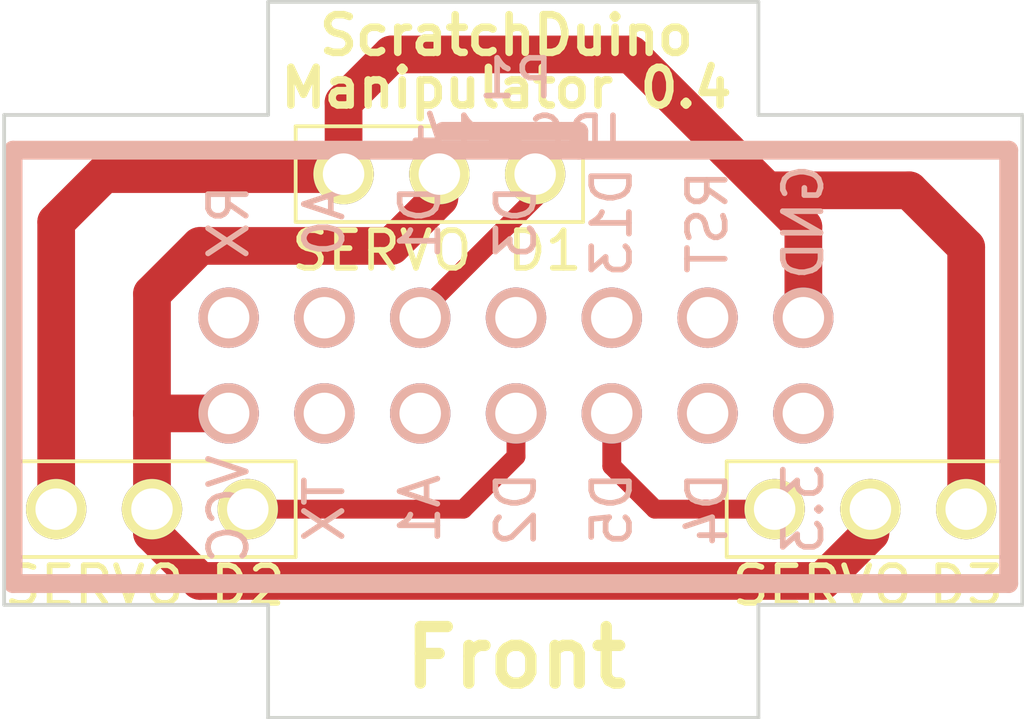
<source format=kicad_pcb>
(kicad_pcb (version 3) (host pcbnew "(2013-may-18)-stable")

  (general
    (links 9)
    (no_connects 0)
    (area 117.289223 110.887 145.141001 130.050001)
    (thickness 1.6)
    (drawings 15)
    (tracks 37)
    (zones 0)
    (modules 4)
    (nets 6)
  )

  (page A3)
  (layers
    (15 F.Cu signal)
    (0 B.Cu signal)
    (16 B.Adhes user)
    (17 F.Adhes user)
    (18 B.Paste user)
    (19 F.Paste user)
    (20 B.SilkS user)
    (21 F.SilkS user)
    (22 B.Mask user)
    (23 F.Mask user)
    (24 Dwgs.User user)
    (25 Cmts.User user)
    (26 Eco1.User user)
    (27 Eco2.User user)
    (28 Edge.Cuts user)
  )

  (setup
    (last_trace_width 0.5)
    (user_trace_width 1)
    (trace_clearance 0.254)
    (zone_clearance 0.508)
    (zone_45_only no)
    (trace_min 0.254)
    (segment_width 0.2)
    (edge_width 0.1)
    (via_size 1.5)
    (via_drill 1)
    (via_min_size 0.889)
    (via_min_drill 0.508)
    (uvia_size 0.508)
    (uvia_drill 0.127)
    (uvias_allowed no)
    (uvia_min_size 0.508)
    (uvia_min_drill 0.127)
    (pcb_text_width 0.3)
    (pcb_text_size 1.5 1.5)
    (mod_edge_width 0.15)
    (mod_text_size 1 1)
    (mod_text_width 0.15)
    (pad_size 1.5 1.5)
    (pad_drill 0.6)
    (pad_to_mask_clearance 0)
    (aux_axis_origin 0 0)
    (visible_elements FFFFFFBF)
    (pcbplotparams
      (layerselection 284983297)
      (usegerberextensions false)
      (excludeedgelayer true)
      (linewidth 0.150000)
      (plotframeref false)
      (viasonmask false)
      (mode 1)
      (useauxorigin false)
      (hpglpennumber 1)
      (hpglpenspeed 20)
      (hpglpendiameter 15)
      (hpglpenoverlay 2)
      (psnegative false)
      (psa4output false)
      (plotreference true)
      (plotvalue true)
      (plotothertext true)
      (plotinvisibletext false)
      (padsonsilk false)
      (subtractmaskfromsilk false)
      (outputformat 1)
      (mirror false)
      (drillshape 0)
      (scaleselection 1)
      (outputdirectory PCB/))
  )

  (net 0 "")
  (net 1 D1)
  (net 2 D2)
  (net 3 D5)
  (net 4 GND)
  (net 5 VCC)

  (net_class Default "Это класс цепей по умолчанию."
    (clearance 0.254)
    (trace_width 0.5)
    (via_dia 1.5)
    (via_drill 1)
    (uvia_dia 0.508)
    (uvia_drill 0.127)
    (add_net "")
    (add_net D1)
    (add_net D2)
    (add_net D5)
    (add_net GND)
    (add_net VCC)
  )

  (module IDC-14 (layer B.Cu) (tedit 55DAC4A2) (tstamp 55DAD46F)
    (at 131.572 120.65)
    (path /55DAC226)
    (fp_text reference P1 (at 0 -7.62) (layer B.SilkS)
      (effects (font (size 1 1) (thickness 0.15)) (justify mirror))
    )
    (fp_text value IDC-14 (at 0 -6.096) (layer B.SilkS)
      (effects (font (size 1 1) (thickness 0.15)) (justify mirror))
    )
    (fp_text user GND (at 7.62 -3.81 270) (layer B.SilkS)
      (effects (font (size 1 1) (thickness 0.15)) (justify mirror))
    )
    (fp_text user 3.3 (at 7.62 3.81 270) (layer B.SilkS)
      (effects (font (size 1 1) (thickness 0.15)) (justify mirror))
    )
    (fp_text user RST (at 5.08 -3.81 270) (layer B.SilkS)
      (effects (font (size 1 1) (thickness 0.15)) (justify mirror))
    )
    (fp_text user D4 (at 5.08 3.81 270) (layer B.SilkS)
      (effects (font (size 1 1) (thickness 0.15)) (justify mirror))
    )
    (fp_text user D13 (at 2.54 -3.81 270) (layer B.SilkS)
      (effects (font (size 1 1) (thickness 0.15)) (justify mirror))
    )
    (fp_text user D5 (at 2.54 3.81 270) (layer B.SilkS)
      (effects (font (size 1 1) (thickness 0.15)) (justify mirror))
    )
    (fp_text user D2 (at 0 3.81 270) (layer B.SilkS)
      (effects (font (size 1 1) (thickness 0.15)) (justify mirror))
    )
    (fp_text user D3 (at 0 -3.81 270) (layer B.SilkS)
      (effects (font (size 1 1) (thickness 0.15)) (justify mirror))
    )
    (fp_text user A1 (at -2.54 3.81 270) (layer B.SilkS)
      (effects (font (size 1 1) (thickness 0.15)) (justify mirror))
    )
    (fp_text user D1 (at -2.54 -3.81 270) (layer B.SilkS)
      (effects (font (size 1 1) (thickness 0.15)) (justify mirror))
    )
    (fp_text user A0 (at -5.08 -3.81 270) (layer B.SilkS)
      (effects (font (size 1 1) (thickness 0.15)) (justify mirror))
    )
    (fp_text user RX (at -7.62 -3.81 270) (layer B.SilkS)
      (effects (font (size 1 1) (thickness 0.15)) (justify mirror))
    )
    (fp_text user TX (at -5.08 3.81 270) (layer B.SilkS)
      (effects (font (size 1 1) (thickness 0.15)) (justify mirror))
    )
    (fp_text user VCC (at -7.62 3.81 270) (layer B.SilkS)
      (effects (font (size 1 1) (thickness 0.15)) (justify mirror))
    )
    (fp_line (start 1.665 -6.215) (end -1.935 -6.215) (layer B.SilkS) (width 0.5))
    (fp_line (start 1.665 -6.215) (end 1.665 -5.715) (layer B.SilkS) (width 0.5))
    (fp_line (start -13.335 -5.715) (end 13.065 -5.715) (layer B.SilkS) (width 0.5))
    (fp_line (start 13.065 -5.715) (end 13.065 5.785) (layer B.SilkS) (width 0.5))
    (fp_line (start 13.065 5.785) (end -13.335 5.785) (layer B.SilkS) (width 0.5))
    (fp_line (start -13.335 5.785) (end -13.335 -5.715) (layer B.SilkS) (width 0.5))
    (pad 5 thru_hole circle (at 2.54 -1.27) (size 1.6 1.6) (drill 1.1)
      (layers *.Cu *.Mask B.SilkS)
    )
    (pad 6 thru_hole circle (at 2.54 1.27) (size 1.6 1.6) (drill 1.1)
      (layers *.Cu *.Mask B.SilkS)
      (net 3 D5)
    )
    (pad 1 thru_hole circle (at 7.62 -1.27) (size 1.6 1.6) (drill 1.1)
      (layers *.Cu *.Mask B.SilkS)
      (net 4 GND)
    )
    (pad 2 thru_hole circle (at 7.62 1.27) (size 1.6 1.6) (drill 1.1)
      (layers *.Cu *.Mask B.SilkS)
    )
    (pad 3 thru_hole circle (at 5.08 -1.27) (size 1.6 1.6) (drill 1.1)
      (layers *.Cu *.Mask B.SilkS)
    )
    (pad 4 thru_hole circle (at 5.08 1.27) (size 1.6 1.6) (drill 1.1)
      (layers *.Cu *.Mask B.SilkS)
    )
    (pad 12 thru_hole circle (at -5.08 1.27) (size 1.6 1.6) (drill 1.1)
      (layers *.Cu *.Mask B.SilkS)
    )
    (pad 11 thru_hole circle (at -5.08 -1.27) (size 1.6 1.6) (drill 1.1)
      (layers *.Cu *.Mask B.SilkS)
    )
    (pad 7 thru_hole circle (at 0 -1.27) (size 1.6 1.6) (drill 1.1)
      (layers *.Cu *.Mask B.SilkS)
    )
    (pad 8 thru_hole circle (at 0 1.27) (size 1.6 1.6) (drill 1.1)
      (layers *.Cu *.Mask B.SilkS)
      (net 2 D2)
    )
    (pad 10 thru_hole circle (at -2.54 1.27) (size 1.6 1.6) (drill 1.1)
      (layers *.Cu *.Mask B.SilkS)
    )
    (pad 9 thru_hole circle (at -2.54 -1.27) (size 1.6 1.6) (drill 1.1)
      (layers *.Cu *.Mask B.SilkS)
      (net 1 D1)
    )
    (pad 14 thru_hole circle (at -7.62 1.27) (size 1.6 1.6) (drill 1.1)
      (layers *.Cu *.Mask B.SilkS)
      (net 5 VCC)
    )
    (pad 13 thru_hole circle (at -7.62 -1.27) (size 1.6 1.6) (drill 1.1)
      (layers *.Cu *.Mask B.SilkS)
    )
  )

  (module SERVO (layer F.Cu) (tedit 55DAD4D3) (tstamp 55DAC408)
    (at 129.54 115.57)
    (path /55DAC236)
    (fp_text reference D1 (at 2.794 2.032) (layer F.SilkS)
      (effects (font (size 1 1) (thickness 0.15)))
    )
    (fp_text value SERVO (at -1.524 2.032) (layer F.SilkS)
      (effects (font (size 1 1) (thickness 0.15)))
    )
    (fp_line (start -3.81 -1.27) (end 3.81 -1.27) (layer F.SilkS) (width 0.1))
    (fp_line (start 3.81 -1.27) (end 3.81 1.27) (layer F.SilkS) (width 0.1))
    (fp_line (start 3.81 1.27) (end -3.81 1.27) (layer F.SilkS) (width 0.1))
    (fp_line (start -3.81 1.27) (end -3.81 -1.27) (layer F.SilkS) (width 0.1))
    (pad 1 thru_hole circle (at -2.54 0) (size 1.6 1.6) (drill 1.1)
      (layers *.Cu *.Mask F.SilkS)
      (net 4 GND)
    )
    (pad 2 thru_hole circle (at 0 0) (size 1.6 1.6) (drill 1.1)
      (layers *.Cu *.Mask F.SilkS)
      (net 5 VCC)
    )
    (pad 3 thru_hole circle (at 2.54 0) (size 1.6 1.6) (drill 1.1)
      (layers *.Cu *.Mask F.SilkS)
      (net 1 D1)
    )
  )

  (module SERVO (layer F.Cu) (tedit 55DAD399) (tstamp 55DACFE4)
    (at 121.92 124.46)
    (path /55DAC245)
    (fp_text reference D2 (at 2.54 2.032) (layer F.SilkS)
      (effects (font (size 1 1) (thickness 0.15)))
    )
    (fp_text value SERVO (at -1.524 2.032) (layer F.SilkS)
      (effects (font (size 1 1) (thickness 0.15)))
    )
    (fp_line (start -3.81 -1.27) (end 3.81 -1.27) (layer F.SilkS) (width 0.1))
    (fp_line (start 3.81 -1.27) (end 3.81 1.27) (layer F.SilkS) (width 0.1))
    (fp_line (start 3.81 1.27) (end -3.81 1.27) (layer F.SilkS) (width 0.1))
    (fp_line (start -3.81 1.27) (end -3.81 -1.27) (layer F.SilkS) (width 0.1))
    (pad 1 thru_hole circle (at -2.54 0) (size 1.6 1.6) (drill 1.1)
      (layers *.Cu *.Mask F.SilkS)
      (net 4 GND)
    )
    (pad 2 thru_hole circle (at 0 0) (size 1.6 1.6) (drill 1.1)
      (layers *.Cu *.Mask F.SilkS)
      (net 5 VCC)
    )
    (pad 3 thru_hole circle (at 2.54 0) (size 1.6 1.6) (drill 1.1)
      (layers *.Cu *.Mask F.SilkS)
      (net 2 D2)
    )
  )

  (module SERVO (layer F.Cu) (tedit 55DAD3AD) (tstamp 55DACCAA)
    (at 140.97 124.46 180)
    (path /55DAC268)
    (fp_text reference D3 (at -2.54 -2.032 180) (layer F.SilkS)
      (effects (font (size 1 1) (thickness 0.15)))
    )
    (fp_text value SERVO (at 1.27 -2.032 180) (layer F.SilkS)
      (effects (font (size 1 1) (thickness 0.15)))
    )
    (fp_line (start -3.81 -1.27) (end 3.81 -1.27) (layer F.SilkS) (width 0.1))
    (fp_line (start 3.81 -1.27) (end 3.81 1.27) (layer F.SilkS) (width 0.1))
    (fp_line (start 3.81 1.27) (end -3.81 1.27) (layer F.SilkS) (width 0.1))
    (fp_line (start -3.81 1.27) (end -3.81 -1.27) (layer F.SilkS) (width 0.1))
    (pad 1 thru_hole circle (at -2.54 0 180) (size 1.6 1.6) (drill 1.1)
      (layers *.Cu *.Mask F.SilkS)
      (net 4 GND)
    )
    (pad 2 thru_hole circle (at 0 0 180) (size 1.6 1.6) (drill 1.1)
      (layers *.Cu *.Mask F.SilkS)
      (net 5 VCC)
    )
    (pad 3 thru_hole circle (at 2.54 0 180) (size 1.6 1.6) (drill 1.1)
      (layers *.Cu *.Mask F.SilkS)
      (net 3 D5)
    )
  )

  (gr_text Front (at 131.572 128.397) (layer F.SilkS)
    (effects (font (size 1.5 1.5) (thickness 0.3)))
  )
  (gr_text "Manipulator 0.4" (at 131.318 113.284) (layer F.SilkS)
    (effects (font (size 1 1) (thickness 0.2)))
  )
  (gr_text ScratchDuino (at 131.318 111.887) (layer F.SilkS)
    (effects (font (size 1 1) (thickness 0.2)))
  )
  (gr_line (start 145 127) (end 138 127) (angle 90) (layer Edge.Cuts) (width 0.1))
  (gr_line (start 145 114) (end 145 127) (angle 90) (layer Edge.Cuts) (width 0.1))
  (gr_line (start 138 114) (end 145 114) (angle 90) (layer Edge.Cuts) (width 0.1))
  (gr_line (start 138 111) (end 138 114) (angle 90) (layer Edge.Cuts) (width 0.1))
  (gr_line (start 125 111) (end 138 111) (angle 90) (layer Edge.Cuts) (width 0.1))
  (gr_line (start 125 114) (end 125 111) (angle 90) (layer Edge.Cuts) (width 0.1))
  (gr_line (start 118 114) (end 125 114) (angle 90) (layer Edge.Cuts) (width 0.1))
  (gr_line (start 118 127) (end 118 114) (angle 90) (layer Edge.Cuts) (width 0.1))
  (gr_line (start 125 127) (end 118 127) (angle 90) (layer Edge.Cuts) (width 0.1))
  (gr_line (start 125 130) (end 138 130) (angle 90) (layer Edge.Cuts) (width 0.1))
  (gr_line (start 138 127) (end 138 130) (angle 90) (layer Edge.Cuts) (width 0.1))
  (gr_line (start 125 130) (end 125 127) (angle 90) (layer Edge.Cuts) (width 0.1))

  (segment (start 129.032 119.38) (end 129.032 119.253) (width 0.5) (layer F.Cu) (net 1))
  (segment (start 132.08 116.205) (end 132.08 115.57) (width 0.5) (layer F.Cu) (net 1) (tstamp 55DAD4A1))
  (segment (start 129.032 119.253) (end 132.08 116.205) (width 0.5) (layer F.Cu) (net 1) (tstamp 55DAD4A0))
  (segment (start 124.46 124.46) (end 130.175 124.46) (width 0.5) (layer F.Cu) (net 2))
  (segment (start 130.175 124.46) (end 131.572 123.063) (width 0.5) (layer F.Cu) (net 2) (tstamp 55DACEE7))
  (segment (start 131.572 123.063) (end 131.572 121.92) (width 0.5) (layer F.Cu) (net 2) (tstamp 55DACEE8))
  (segment (start 138.43 124.46) (end 135.255 124.46) (width 0.5) (layer F.Cu) (net 3))
  (segment (start 134.112 123.317) (end 134.112 121.92) (width 0.5) (layer F.Cu) (net 3) (tstamp 55DAD054))
  (segment (start 135.255 124.46) (end 134.112 123.317) (width 0.5) (layer F.Cu) (net 3) (tstamp 55DAD051))
  (segment (start 143.51 124.46) (end 143.51 117.51) (width 1) (layer F.Cu) (net 4))
  (segment (start 142 116) (end 138.225 116) (width 1) (layer F.Cu) (net 4) (tstamp 55DAD55E))
  (segment (start 143.51 117.51) (end 142 116) (width 1) (layer F.Cu) (net 4) (tstamp 55DAD558))
  (segment (start 127 115.57) (end 127 113.665) (width 1) (layer F.Cu) (net 4))
  (segment (start 134.62 112.395) (end 137.16 114.935) (width 1) (layer F.Cu) (net 4) (tstamp 55DAD49D))
  (segment (start 128.27 112.395) (end 134.62 112.395) (width 1) (layer F.Cu) (net 4) (tstamp 55DAD49C))
  (segment (start 127 113.665) (end 128.27 112.395) (width 1) (layer F.Cu) (net 4) (tstamp 55DAD49B))
  (segment (start 127 115.57) (end 120.65 115.57) (width 1) (layer F.Cu) (net 4))
  (segment (start 119.38 116.84) (end 119.38 124.46) (width 1) (layer F.Cu) (net 4) (tstamp 55DAD498))
  (segment (start 120.65 115.57) (end 119.38 116.84) (width 1) (layer F.Cu) (net 4) (tstamp 55DAD497))
  (segment (start 139.192 119.38) (end 139.192 116.967) (width 1) (layer F.Cu) (net 4))
  (segment (start 139.192 116.967) (end 138.225 116) (width 1) (layer F.Cu) (net 4) (tstamp 55DAD060))
  (segment (start 138.225 116) (end 137.16 114.935) (width 1) (layer F.Cu) (net 4) (tstamp 55DAD563))
  (segment (start 123.952 121.92) (end 121.92 121.92) (width 1) (layer F.Cu) (net 5))
  (segment (start 121.92 121.92) (end 122.047 121.92) (width 1) (layer F.Cu) (net 5) (tstamp 55DED566))
  (segment (start 122.047 121.92) (end 121.92 121.92) (width 1) (layer F.Cu) (net 5) (tstamp 55DED569))
  (segment (start 121.92 124.46) (end 121.92 121.92) (width 1) (layer F.Cu) (net 5))
  (segment (start 121.92 121.92) (end 121.92 118.745) (width 1) (layer F.Cu) (net 5) (tstamp 55DED56A))
  (segment (start 129.54 116.205) (end 129.54 115.57) (width 1) (layer F.Cu) (net 5) (tstamp 55DAD494))
  (segment (start 128.27 117.475) (end 129.54 116.205) (width 1) (layer F.Cu) (net 5) (tstamp 55DAD493))
  (segment (start 123.19 117.475) (end 128.27 117.475) (width 1) (layer F.Cu) (net 5) (tstamp 55DAD492))
  (segment (start 121.92 118.745) (end 123.19 117.475) (width 1) (layer F.Cu) (net 5) (tstamp 55DAD491))
  (segment (start 123.19 126.365) (end 139.7 126.365) (width 1) (layer F.Cu) (net 5))
  (segment (start 121.92 125.095) (end 123.19 126.365) (width 1) (layer F.Cu) (net 5) (tstamp 55DACEFA))
  (segment (start 121.92 124.46) (end 121.92 125.095) (width 1) (layer F.Cu) (net 5))
  (segment (start 140.97 125.095) (end 140.97 124.46) (width 1) (layer F.Cu) (net 5) (tstamp 55DAD049))
  (segment (start 139.7 126.365) (end 140.97 125.095) (width 1) (layer F.Cu) (net 5) (tstamp 55DAD045))
  (segment (start 121.92 124.46) (end 121.92 123.952) (width 1) (layer F.Cu) (net 5))

)

</source>
